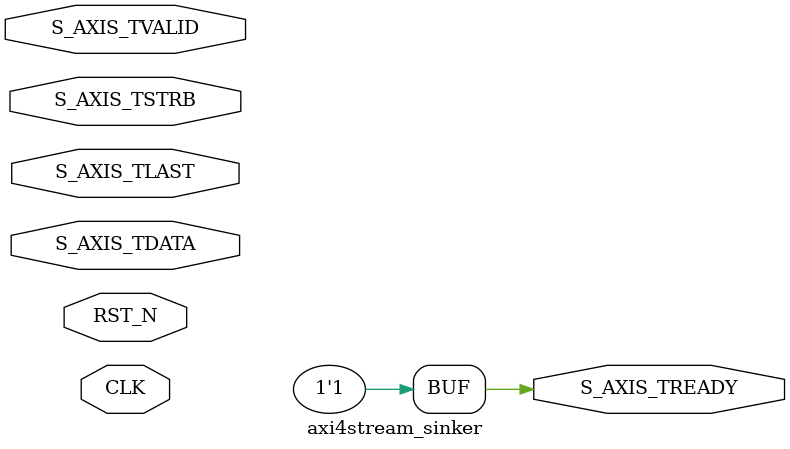
<source format=v>
/************************************************
BSD 3-Clause License

Copyright (c) 2019, HPCN Group, UAM Spain (hpcn-uam.es)
All rights reserved.


Redistribution and use in source and binary forms, with or without
modification, are permitted provided that the following conditions are met:

* Redistributions of source code must retain the above copyright notice, this
  list of conditions and the following disclaimer.

* Redistributions in binary form must reproduce the above copyright notice,
  this list of conditions and the following disclaimer in the documentation
  and/or other materials provided with the distribution.

* Neither the name of the copyright holder nor the names of its
  contributors may be used to endorse or promote products derived from
  this software without specific prior written permission.

THIS SOFTWARE IS PROVIDED BY THE COPYRIGHT HOLDERS AND CONTRIBUTORS "AS IS"
AND ANY EXPRESS OR IMPLIED WARRANTIES, INCLUDING, BUT NOT LIMITED TO, THE
IMPLIED WARRANTIES OF MERCHANTABILITY AND FITNESS FOR A PARTICULAR PURPOSE ARE
DISCLAIMED. IN NO EVENT SHALL THE COPYRIGHT HOLDER OR CONTRIBUTORS BE LIABLE
FOR ANY DIRECT, INDIRECT, INCIDENTAL, SPECIAL, EXEMPLARY, OR CONSEQUENTIAL
DAMAGES (INCLUDING, BUT NOT LIMITED TO, PROCUREMENT OF SUBSTITUTE GOODS OR
SERVICES; LOSS OF USE, DATA, OR PROFITS; OR BUSINESS INTERRUPTION) HOWEVER
CAUSED AND ON ANY THEORY OF LIABILITY, WHETHER IN CONTRACT, STRICT LIABILITY,
OR TORT (INCLUDING NEGLIGENCE OR OTHERWISE) ARISING IN ANY WAY OUT OF THE USE
OF THIS SOFTWARE, EVEN IF ADVISED OF THE POSSIBILITY OF SUCH DAMAGE.

************************************************/

module axi4stream_sinker #(
    parameter C_AXI_TDATA_WIDTH = 512  ,
    parameter C_AXI_TSTRB_WIDTH = 512/8
) (
    input  wire                         CLK          , // Clock
    input  wire                         RST_N        , // Rst (active low level)
    input  wire  [C_AXI_TDATA_WIDTH-1:0] S_AXIS_TDATA ,
    input  wire                          S_AXIS_TLAST ,
    input  wire  [C_AXI_TSTRB_WIDTH-1:0] S_AXIS_TSTRB ,
    input  wire                          S_AXIS_TVALID,
    output  wire                         S_AXIS_TREADY
);
    assign S_AXIS_TREADY = 1'b1;

endmodule
</source>
